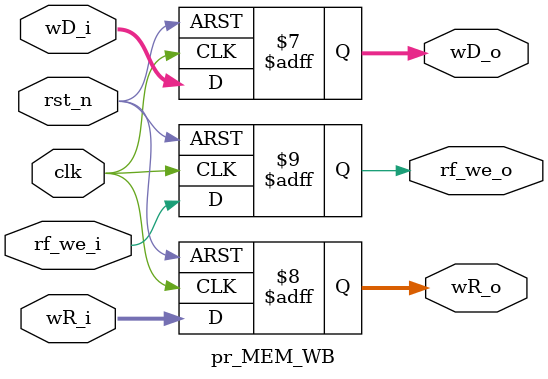
<source format=v>

module pr_MEM_WB(
    input clk,
    input rst_n,
    
    input rf_we_i,
    input [4:0] wR_i,
    input [31:0] wD_i,
    
    output reg rf_we_o,
    output reg [4:0] wR_o,
    output reg [31:0] wD_o
    );
    
    always @ (posedge clk or negedge rst_n) begin
        if(!rst_n)      rf_we_o <= 1'b0;
        else            rf_we_o <= rf_we_i;
    end

    always @ (posedge clk or negedge rst_n) begin
        if(!rst_n)      wR_o <= 5'b0;
        else            wR_o <= wR_i;
    end

    always @ (posedge clk or negedge rst_n) begin
        if(!rst_n)      wD_o <= 32'b0;
        else            wD_o <= wD_i;
    end

endmodule

</source>
